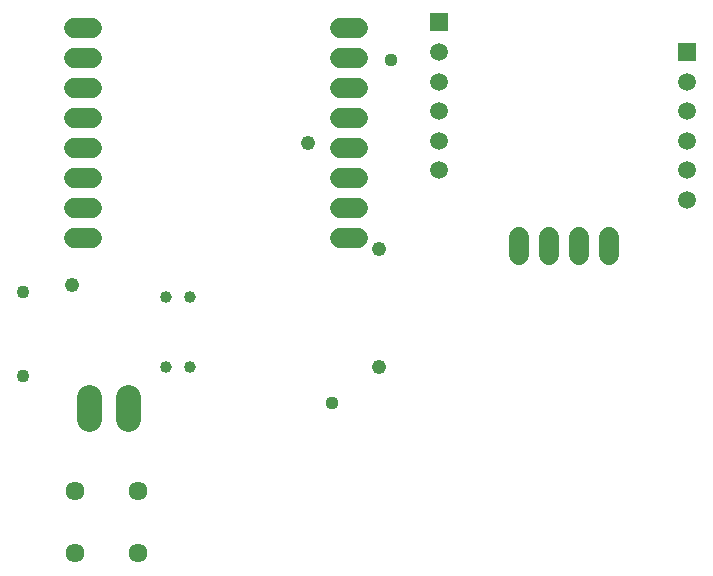
<source format=gbr>
G04 EAGLE Gerber RS-274X export*
G75*
%MOMM*%
%FSLAX34Y34*%
%LPD*%
%INSoldermask Bottom*%
%IPPOS*%
%AMOC8*
5,1,8,0,0,1.08239X$1,22.5*%
G01*
%ADD10C,2.082800*%
%ADD11C,1.727200*%
%ADD12C,1.103200*%
%ADD13C,1.511200*%
%ADD14R,1.511200X1.511200*%
%ADD15C,1.611200*%
%ADD16C,1.109600*%
%ADD17C,1.009600*%
%ADD18C,1.209600*%


D10*
X427900Y116400D02*
X427900Y135196D01*
D11*
X758700Y254980D02*
X758700Y270220D01*
X784100Y270220D02*
X784100Y254980D01*
X809500Y254980D02*
X809500Y270220D01*
X834900Y270220D02*
X834900Y254980D01*
D12*
X339200Y152700D03*
X339200Y223700D03*
D11*
X606780Y447700D02*
X622020Y447700D01*
X622020Y422300D02*
X606780Y422300D01*
X606780Y396900D02*
X622020Y396900D01*
X622020Y371500D02*
X606780Y371500D01*
X606780Y346100D02*
X622020Y346100D01*
X622020Y320700D02*
X606780Y320700D01*
X606780Y295300D02*
X622020Y295300D01*
X622020Y269900D02*
X606780Y269900D01*
X397020Y269800D02*
X381780Y269800D01*
X381780Y295200D02*
X397020Y295200D01*
X397020Y320600D02*
X381780Y320600D01*
X381780Y346000D02*
X397020Y346000D01*
X397020Y371400D02*
X381780Y371400D01*
X381780Y396800D02*
X397020Y396800D01*
X397020Y422200D02*
X381780Y422200D01*
X381780Y447600D02*
X397020Y447600D01*
D13*
X901000Y302000D03*
X901000Y327000D03*
X901000Y352000D03*
X901000Y377000D03*
X901000Y402000D03*
X691000Y327000D03*
X691000Y352000D03*
X691000Y377000D03*
X691000Y402000D03*
X691000Y427000D03*
D14*
X691000Y452000D03*
X901000Y427000D03*
D10*
X394700Y135196D02*
X394700Y116400D01*
D15*
X383160Y3160D03*
X435790Y3040D03*
X383120Y55740D03*
X435750Y55620D03*
D16*
X600000Y130000D03*
X650000Y420000D03*
D17*
X460000Y160000D03*
X460000Y220000D03*
D18*
X380000Y230000D03*
X580000Y350000D03*
D17*
X480000Y160000D03*
X480000Y220000D03*
D18*
X640000Y260000D03*
X640000Y160000D03*
M02*

</source>
